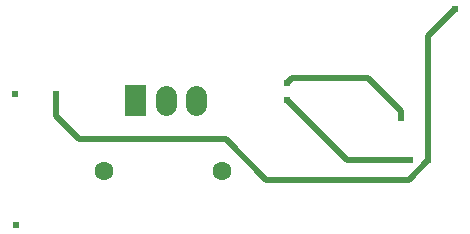
<source format=gbl>
G04 Layer: BottomLayer*
G04 EasyEDA v6.4.32, 2022-06-17 11:56:41*
G04 Gerber Generator version 0.2*
G04 Scale: 100 percent, Rotated: No, Reflected: No *
G04 Dimensions in millimeters *
G04 leading zeros omitted , absolute positions ,4 integer and 5 decimal *
%FSLAX45Y45*%
%MOMM*%

%ADD11C,0.5000*%
%ADD12C,0.6200*%
%ADD22C,1.6000*%
%ADD24C,1.8000*%

%LPD*%
D11*
X3378200Y5093563D02*
G01*
X3887063Y4584700D01*
X4420463Y4584700D01*
X3378200Y5244236D02*
G01*
X3417163Y5283200D01*
X4064000Y5283200D01*
X4343400Y5003800D01*
X4343400Y4944592D01*
X4571136Y4584700D02*
G01*
X4406036Y4419600D01*
X3200400Y4419600D01*
X2857500Y4762500D01*
X1612900Y4762500D01*
X1418107Y4957292D01*
X1418107Y5143500D01*
X4799253Y5867400D02*
G01*
X4571136Y5639282D01*
X4571136Y4584700D01*
D22*
G01*
X1824101Y4495800D03*
G01*
X2824099Y4495800D03*
G36*
X2005487Y5223195D02*
G01*
X2185487Y5223195D01*
X2185487Y4963195D01*
X2005487Y4963195D01*
G37*
D12*
G01*
X1418107Y5143500D03*
G01*
X3378200Y5093563D03*
G01*
X3378200Y5244236D03*
G01*
X4799253Y5867400D03*
G01*
X1079500Y4039996D03*
G01*
X4343400Y4944592D03*
G01*
X4571136Y4584700D03*
G01*
X4420463Y4584700D03*
G01*
X1071092Y5143500D03*
D24*
X2349500Y5133182D02*
G01*
X2349500Y5053182D01*
X2603525Y5132191D02*
G01*
X2603525Y5052192D01*
M02*

</source>
